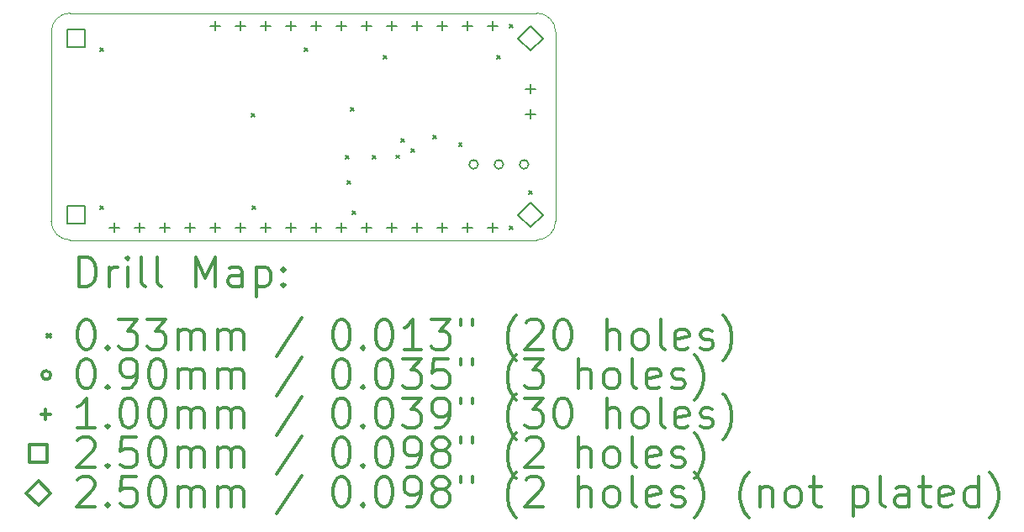
<source format=gbr>
%FSLAX45Y45*%
G04 Gerber Fmt 4.5, Leading zero omitted, Abs format (unit mm)*
G04 Created by KiCad (PCBNEW (5.0.0-rc2-dev-444-g2974a2c10)) date 07/21/19 13:13:01*
%MOMM*%
%LPD*%
G01*
G04 APERTURE LIST*
%ADD10C,0.100000*%
%ADD11C,0.200000*%
%ADD12C,0.300000*%
G04 APERTURE END LIST*
D10*
X9525000Y-9715500D02*
G75*
G02X9715500Y-9525000I190500J0D01*
G01*
X9715500Y-11811000D02*
G75*
G02X9525000Y-11620500I0J190500D01*
G01*
X14605000Y-11620500D02*
G75*
G02X14414500Y-11811000I-190500J0D01*
G01*
X14414500Y-9525000D02*
G75*
G02X14605000Y-9715500I0J-190500D01*
G01*
X9525000Y-11620500D02*
X9525000Y-9715500D01*
X14414500Y-11811000D02*
X9715500Y-11811000D01*
X14605000Y-9715500D02*
X14605000Y-11620500D01*
X9715500Y-9525000D02*
X14414500Y-9525000D01*
D11*
X10016490Y-9876790D02*
X10049510Y-9909810D01*
X10049510Y-9876790D02*
X10016490Y-9909810D01*
X10016490Y-11464290D02*
X10049510Y-11497310D01*
X10049510Y-11464290D02*
X10016490Y-11497310D01*
X11540490Y-10537190D02*
X11573510Y-10570210D01*
X11573510Y-10537190D02*
X11540490Y-10570210D01*
X11553190Y-11464290D02*
X11586210Y-11497310D01*
X11586210Y-11464290D02*
X11553190Y-11497310D01*
X12073890Y-9876790D02*
X12106910Y-9909810D01*
X12106910Y-9876790D02*
X12073890Y-9909810D01*
X12492990Y-10956290D02*
X12526010Y-10989310D01*
X12526010Y-10956290D02*
X12492990Y-10989310D01*
X12505690Y-11210290D02*
X12538710Y-11243310D01*
X12538710Y-11210290D02*
X12505690Y-11243310D01*
X12543790Y-10473690D02*
X12576810Y-10506710D01*
X12576810Y-10473690D02*
X12543790Y-10506710D01*
X12556490Y-11515090D02*
X12589510Y-11548110D01*
X12589510Y-11515090D02*
X12556490Y-11548110D01*
X12759690Y-10956290D02*
X12792710Y-10989310D01*
X12792710Y-10956290D02*
X12759690Y-10989310D01*
X12873990Y-9952990D02*
X12907010Y-9986010D01*
X12907010Y-9952990D02*
X12873990Y-9986010D01*
X13000990Y-10955430D02*
X13034010Y-10988450D01*
X13034010Y-10955430D02*
X13000990Y-10988450D01*
X13051790Y-10790750D02*
X13084810Y-10823770D01*
X13084810Y-10790750D02*
X13051790Y-10823770D01*
X13153390Y-10892790D02*
X13186410Y-10925810D01*
X13186410Y-10892790D02*
X13153390Y-10925810D01*
X13369290Y-10753090D02*
X13402310Y-10786110D01*
X13402310Y-10753090D02*
X13369290Y-10786110D01*
X13627990Y-10829290D02*
X13661010Y-10862310D01*
X13661010Y-10829290D02*
X13627990Y-10862310D01*
X14016990Y-9952990D02*
X14050010Y-9986010D01*
X14050010Y-9952990D02*
X14016990Y-9986010D01*
X14143990Y-9635490D02*
X14177010Y-9668510D01*
X14177010Y-9635490D02*
X14143990Y-9668510D01*
X14143990Y-11667490D02*
X14177010Y-11700510D01*
X14177010Y-11667490D02*
X14143990Y-11700510D01*
X14334490Y-11311890D02*
X14367510Y-11344910D01*
X14367510Y-11311890D02*
X14334490Y-11344910D01*
X13824500Y-11049000D02*
G75*
G03X13824500Y-11049000I-45000J0D01*
G01*
X14078500Y-11049000D02*
G75*
G03X14078500Y-11049000I-45000J0D01*
G01*
X14332500Y-11049000D02*
G75*
G03X14332500Y-11049000I-45000J0D01*
G01*
X14351000Y-10237000D02*
X14351000Y-10337000D01*
X14301000Y-10287000D02*
X14401000Y-10287000D01*
X14351000Y-10491000D02*
X14351000Y-10591000D01*
X14301000Y-10541000D02*
X14401000Y-10541000D01*
X10160000Y-11634000D02*
X10160000Y-11734000D01*
X10110000Y-11684000D02*
X10210000Y-11684000D01*
X10414000Y-11634000D02*
X10414000Y-11734000D01*
X10364000Y-11684000D02*
X10464000Y-11684000D01*
X10668000Y-11634000D02*
X10668000Y-11734000D01*
X10618000Y-11684000D02*
X10718000Y-11684000D01*
X10922000Y-11634000D02*
X10922000Y-11734000D01*
X10872000Y-11684000D02*
X10972000Y-11684000D01*
X11176000Y-9602000D02*
X11176000Y-9702000D01*
X11126000Y-9652000D02*
X11226000Y-9652000D01*
X11176000Y-11634000D02*
X11176000Y-11734000D01*
X11126000Y-11684000D02*
X11226000Y-11684000D01*
X11430000Y-9602000D02*
X11430000Y-9702000D01*
X11380000Y-9652000D02*
X11480000Y-9652000D01*
X11430000Y-11634000D02*
X11430000Y-11734000D01*
X11380000Y-11684000D02*
X11480000Y-11684000D01*
X11684000Y-9602000D02*
X11684000Y-9702000D01*
X11634000Y-9652000D02*
X11734000Y-9652000D01*
X11684000Y-11634000D02*
X11684000Y-11734000D01*
X11634000Y-11684000D02*
X11734000Y-11684000D01*
X11938000Y-9602000D02*
X11938000Y-9702000D01*
X11888000Y-9652000D02*
X11988000Y-9652000D01*
X11938000Y-11634000D02*
X11938000Y-11734000D01*
X11888000Y-11684000D02*
X11988000Y-11684000D01*
X12192000Y-9602000D02*
X12192000Y-9702000D01*
X12142000Y-9652000D02*
X12242000Y-9652000D01*
X12192000Y-11634000D02*
X12192000Y-11734000D01*
X12142000Y-11684000D02*
X12242000Y-11684000D01*
X12446000Y-9602000D02*
X12446000Y-9702000D01*
X12396000Y-9652000D02*
X12496000Y-9652000D01*
X12446000Y-11634000D02*
X12446000Y-11734000D01*
X12396000Y-11684000D02*
X12496000Y-11684000D01*
X12700000Y-9602000D02*
X12700000Y-9702000D01*
X12650000Y-9652000D02*
X12750000Y-9652000D01*
X12700000Y-11634000D02*
X12700000Y-11734000D01*
X12650000Y-11684000D02*
X12750000Y-11684000D01*
X12954000Y-9602000D02*
X12954000Y-9702000D01*
X12904000Y-9652000D02*
X13004000Y-9652000D01*
X12954000Y-11634000D02*
X12954000Y-11734000D01*
X12904000Y-11684000D02*
X13004000Y-11684000D01*
X13208000Y-9602000D02*
X13208000Y-9702000D01*
X13158000Y-9652000D02*
X13258000Y-9652000D01*
X13208000Y-11634000D02*
X13208000Y-11734000D01*
X13158000Y-11684000D02*
X13258000Y-11684000D01*
X13462000Y-9602000D02*
X13462000Y-9702000D01*
X13412000Y-9652000D02*
X13512000Y-9652000D01*
X13462000Y-11634000D02*
X13462000Y-11734000D01*
X13412000Y-11684000D02*
X13512000Y-11684000D01*
X13716000Y-9602000D02*
X13716000Y-9702000D01*
X13666000Y-9652000D02*
X13766000Y-9652000D01*
X13716000Y-11634000D02*
X13716000Y-11734000D01*
X13666000Y-11684000D02*
X13766000Y-11684000D01*
X13970000Y-9602000D02*
X13970000Y-9702000D01*
X13920000Y-9652000D02*
X14020000Y-9652000D01*
X13970000Y-11634000D02*
X13970000Y-11734000D01*
X13920000Y-11684000D02*
X14020000Y-11684000D01*
X9867389Y-9867389D02*
X9867389Y-9690611D01*
X9690611Y-9690611D01*
X9690611Y-9867389D01*
X9867389Y-9867389D01*
X9867389Y-11645389D02*
X9867389Y-11468611D01*
X9690611Y-11468611D01*
X9690611Y-11645389D01*
X9867389Y-11645389D01*
X14351000Y-9904000D02*
X14476000Y-9779000D01*
X14351000Y-9654000D01*
X14226000Y-9779000D01*
X14351000Y-9904000D01*
X14351000Y-11682000D02*
X14476000Y-11557000D01*
X14351000Y-11432000D01*
X14226000Y-11557000D01*
X14351000Y-11682000D01*
D12*
X9806428Y-12281714D02*
X9806428Y-11981714D01*
X9877857Y-11981714D01*
X9920714Y-11996000D01*
X9949286Y-12024571D01*
X9963571Y-12053143D01*
X9977857Y-12110286D01*
X9977857Y-12153143D01*
X9963571Y-12210286D01*
X9949286Y-12238857D01*
X9920714Y-12267429D01*
X9877857Y-12281714D01*
X9806428Y-12281714D01*
X10106428Y-12281714D02*
X10106428Y-12081714D01*
X10106428Y-12138857D02*
X10120714Y-12110286D01*
X10135000Y-12096000D01*
X10163571Y-12081714D01*
X10192143Y-12081714D01*
X10292143Y-12281714D02*
X10292143Y-12081714D01*
X10292143Y-11981714D02*
X10277857Y-11996000D01*
X10292143Y-12010286D01*
X10306428Y-11996000D01*
X10292143Y-11981714D01*
X10292143Y-12010286D01*
X10477857Y-12281714D02*
X10449286Y-12267429D01*
X10435000Y-12238857D01*
X10435000Y-11981714D01*
X10635000Y-12281714D02*
X10606428Y-12267429D01*
X10592143Y-12238857D01*
X10592143Y-11981714D01*
X10977857Y-12281714D02*
X10977857Y-11981714D01*
X11077857Y-12196000D01*
X11177857Y-11981714D01*
X11177857Y-12281714D01*
X11449286Y-12281714D02*
X11449286Y-12124571D01*
X11435000Y-12096000D01*
X11406428Y-12081714D01*
X11349286Y-12081714D01*
X11320714Y-12096000D01*
X11449286Y-12267429D02*
X11420714Y-12281714D01*
X11349286Y-12281714D01*
X11320714Y-12267429D01*
X11306428Y-12238857D01*
X11306428Y-12210286D01*
X11320714Y-12181714D01*
X11349286Y-12167429D01*
X11420714Y-12167429D01*
X11449286Y-12153143D01*
X11592143Y-12081714D02*
X11592143Y-12381714D01*
X11592143Y-12096000D02*
X11620714Y-12081714D01*
X11677857Y-12081714D01*
X11706428Y-12096000D01*
X11720714Y-12110286D01*
X11735000Y-12138857D01*
X11735000Y-12224571D01*
X11720714Y-12253143D01*
X11706428Y-12267429D01*
X11677857Y-12281714D01*
X11620714Y-12281714D01*
X11592143Y-12267429D01*
X11863571Y-12253143D02*
X11877857Y-12267429D01*
X11863571Y-12281714D01*
X11849286Y-12267429D01*
X11863571Y-12253143D01*
X11863571Y-12281714D01*
X11863571Y-12096000D02*
X11877857Y-12110286D01*
X11863571Y-12124571D01*
X11849286Y-12110286D01*
X11863571Y-12096000D01*
X11863571Y-12124571D01*
X9486980Y-12759490D02*
X9520000Y-12792510D01*
X9520000Y-12759490D02*
X9486980Y-12792510D01*
X9863571Y-12611714D02*
X9892143Y-12611714D01*
X9920714Y-12626000D01*
X9935000Y-12640286D01*
X9949286Y-12668857D01*
X9963571Y-12726000D01*
X9963571Y-12797429D01*
X9949286Y-12854571D01*
X9935000Y-12883143D01*
X9920714Y-12897429D01*
X9892143Y-12911714D01*
X9863571Y-12911714D01*
X9835000Y-12897429D01*
X9820714Y-12883143D01*
X9806428Y-12854571D01*
X9792143Y-12797429D01*
X9792143Y-12726000D01*
X9806428Y-12668857D01*
X9820714Y-12640286D01*
X9835000Y-12626000D01*
X9863571Y-12611714D01*
X10092143Y-12883143D02*
X10106428Y-12897429D01*
X10092143Y-12911714D01*
X10077857Y-12897429D01*
X10092143Y-12883143D01*
X10092143Y-12911714D01*
X10206428Y-12611714D02*
X10392143Y-12611714D01*
X10292143Y-12726000D01*
X10335000Y-12726000D01*
X10363571Y-12740286D01*
X10377857Y-12754571D01*
X10392143Y-12783143D01*
X10392143Y-12854571D01*
X10377857Y-12883143D01*
X10363571Y-12897429D01*
X10335000Y-12911714D01*
X10249286Y-12911714D01*
X10220714Y-12897429D01*
X10206428Y-12883143D01*
X10492143Y-12611714D02*
X10677857Y-12611714D01*
X10577857Y-12726000D01*
X10620714Y-12726000D01*
X10649286Y-12740286D01*
X10663571Y-12754571D01*
X10677857Y-12783143D01*
X10677857Y-12854571D01*
X10663571Y-12883143D01*
X10649286Y-12897429D01*
X10620714Y-12911714D01*
X10535000Y-12911714D01*
X10506428Y-12897429D01*
X10492143Y-12883143D01*
X10806428Y-12911714D02*
X10806428Y-12711714D01*
X10806428Y-12740286D02*
X10820714Y-12726000D01*
X10849286Y-12711714D01*
X10892143Y-12711714D01*
X10920714Y-12726000D01*
X10935000Y-12754571D01*
X10935000Y-12911714D01*
X10935000Y-12754571D02*
X10949286Y-12726000D01*
X10977857Y-12711714D01*
X11020714Y-12711714D01*
X11049286Y-12726000D01*
X11063571Y-12754571D01*
X11063571Y-12911714D01*
X11206428Y-12911714D02*
X11206428Y-12711714D01*
X11206428Y-12740286D02*
X11220714Y-12726000D01*
X11249286Y-12711714D01*
X11292143Y-12711714D01*
X11320714Y-12726000D01*
X11335000Y-12754571D01*
X11335000Y-12911714D01*
X11335000Y-12754571D02*
X11349286Y-12726000D01*
X11377857Y-12711714D01*
X11420714Y-12711714D01*
X11449286Y-12726000D01*
X11463571Y-12754571D01*
X11463571Y-12911714D01*
X12049286Y-12597429D02*
X11792143Y-12983143D01*
X12435000Y-12611714D02*
X12463571Y-12611714D01*
X12492143Y-12626000D01*
X12506428Y-12640286D01*
X12520714Y-12668857D01*
X12535000Y-12726000D01*
X12535000Y-12797429D01*
X12520714Y-12854571D01*
X12506428Y-12883143D01*
X12492143Y-12897429D01*
X12463571Y-12911714D01*
X12435000Y-12911714D01*
X12406428Y-12897429D01*
X12392143Y-12883143D01*
X12377857Y-12854571D01*
X12363571Y-12797429D01*
X12363571Y-12726000D01*
X12377857Y-12668857D01*
X12392143Y-12640286D01*
X12406428Y-12626000D01*
X12435000Y-12611714D01*
X12663571Y-12883143D02*
X12677857Y-12897429D01*
X12663571Y-12911714D01*
X12649286Y-12897429D01*
X12663571Y-12883143D01*
X12663571Y-12911714D01*
X12863571Y-12611714D02*
X12892143Y-12611714D01*
X12920714Y-12626000D01*
X12935000Y-12640286D01*
X12949286Y-12668857D01*
X12963571Y-12726000D01*
X12963571Y-12797429D01*
X12949286Y-12854571D01*
X12935000Y-12883143D01*
X12920714Y-12897429D01*
X12892143Y-12911714D01*
X12863571Y-12911714D01*
X12835000Y-12897429D01*
X12820714Y-12883143D01*
X12806428Y-12854571D01*
X12792143Y-12797429D01*
X12792143Y-12726000D01*
X12806428Y-12668857D01*
X12820714Y-12640286D01*
X12835000Y-12626000D01*
X12863571Y-12611714D01*
X13249286Y-12911714D02*
X13077857Y-12911714D01*
X13163571Y-12911714D02*
X13163571Y-12611714D01*
X13135000Y-12654571D01*
X13106428Y-12683143D01*
X13077857Y-12697429D01*
X13349286Y-12611714D02*
X13535000Y-12611714D01*
X13435000Y-12726000D01*
X13477857Y-12726000D01*
X13506428Y-12740286D01*
X13520714Y-12754571D01*
X13535000Y-12783143D01*
X13535000Y-12854571D01*
X13520714Y-12883143D01*
X13506428Y-12897429D01*
X13477857Y-12911714D01*
X13392143Y-12911714D01*
X13363571Y-12897429D01*
X13349286Y-12883143D01*
X13649286Y-12611714D02*
X13649286Y-12668857D01*
X13763571Y-12611714D02*
X13763571Y-12668857D01*
X14206428Y-13026000D02*
X14192143Y-13011714D01*
X14163571Y-12968857D01*
X14149286Y-12940286D01*
X14135000Y-12897429D01*
X14120714Y-12826000D01*
X14120714Y-12768857D01*
X14135000Y-12697429D01*
X14149286Y-12654571D01*
X14163571Y-12626000D01*
X14192143Y-12583143D01*
X14206428Y-12568857D01*
X14306428Y-12640286D02*
X14320714Y-12626000D01*
X14349286Y-12611714D01*
X14420714Y-12611714D01*
X14449286Y-12626000D01*
X14463571Y-12640286D01*
X14477857Y-12668857D01*
X14477857Y-12697429D01*
X14463571Y-12740286D01*
X14292143Y-12911714D01*
X14477857Y-12911714D01*
X14663571Y-12611714D02*
X14692143Y-12611714D01*
X14720714Y-12626000D01*
X14735000Y-12640286D01*
X14749286Y-12668857D01*
X14763571Y-12726000D01*
X14763571Y-12797429D01*
X14749286Y-12854571D01*
X14735000Y-12883143D01*
X14720714Y-12897429D01*
X14692143Y-12911714D01*
X14663571Y-12911714D01*
X14635000Y-12897429D01*
X14620714Y-12883143D01*
X14606428Y-12854571D01*
X14592143Y-12797429D01*
X14592143Y-12726000D01*
X14606428Y-12668857D01*
X14620714Y-12640286D01*
X14635000Y-12626000D01*
X14663571Y-12611714D01*
X15120714Y-12911714D02*
X15120714Y-12611714D01*
X15249286Y-12911714D02*
X15249286Y-12754571D01*
X15235000Y-12726000D01*
X15206428Y-12711714D01*
X15163571Y-12711714D01*
X15135000Y-12726000D01*
X15120714Y-12740286D01*
X15435000Y-12911714D02*
X15406428Y-12897429D01*
X15392143Y-12883143D01*
X15377857Y-12854571D01*
X15377857Y-12768857D01*
X15392143Y-12740286D01*
X15406428Y-12726000D01*
X15435000Y-12711714D01*
X15477857Y-12711714D01*
X15506428Y-12726000D01*
X15520714Y-12740286D01*
X15535000Y-12768857D01*
X15535000Y-12854571D01*
X15520714Y-12883143D01*
X15506428Y-12897429D01*
X15477857Y-12911714D01*
X15435000Y-12911714D01*
X15706428Y-12911714D02*
X15677857Y-12897429D01*
X15663571Y-12868857D01*
X15663571Y-12611714D01*
X15935000Y-12897429D02*
X15906428Y-12911714D01*
X15849286Y-12911714D01*
X15820714Y-12897429D01*
X15806428Y-12868857D01*
X15806428Y-12754571D01*
X15820714Y-12726000D01*
X15849286Y-12711714D01*
X15906428Y-12711714D01*
X15935000Y-12726000D01*
X15949286Y-12754571D01*
X15949286Y-12783143D01*
X15806428Y-12811714D01*
X16063571Y-12897429D02*
X16092143Y-12911714D01*
X16149286Y-12911714D01*
X16177857Y-12897429D01*
X16192143Y-12868857D01*
X16192143Y-12854571D01*
X16177857Y-12826000D01*
X16149286Y-12811714D01*
X16106428Y-12811714D01*
X16077857Y-12797429D01*
X16063571Y-12768857D01*
X16063571Y-12754571D01*
X16077857Y-12726000D01*
X16106428Y-12711714D01*
X16149286Y-12711714D01*
X16177857Y-12726000D01*
X16292143Y-13026000D02*
X16306428Y-13011714D01*
X16335000Y-12968857D01*
X16349286Y-12940286D01*
X16363571Y-12897429D01*
X16377857Y-12826000D01*
X16377857Y-12768857D01*
X16363571Y-12697429D01*
X16349286Y-12654571D01*
X16335000Y-12626000D01*
X16306428Y-12583143D01*
X16292143Y-12568857D01*
X9520000Y-13172000D02*
G75*
G03X9520000Y-13172000I-45000J0D01*
G01*
X9863571Y-13007714D02*
X9892143Y-13007714D01*
X9920714Y-13022000D01*
X9935000Y-13036286D01*
X9949286Y-13064857D01*
X9963571Y-13122000D01*
X9963571Y-13193429D01*
X9949286Y-13250571D01*
X9935000Y-13279143D01*
X9920714Y-13293429D01*
X9892143Y-13307714D01*
X9863571Y-13307714D01*
X9835000Y-13293429D01*
X9820714Y-13279143D01*
X9806428Y-13250571D01*
X9792143Y-13193429D01*
X9792143Y-13122000D01*
X9806428Y-13064857D01*
X9820714Y-13036286D01*
X9835000Y-13022000D01*
X9863571Y-13007714D01*
X10092143Y-13279143D02*
X10106428Y-13293429D01*
X10092143Y-13307714D01*
X10077857Y-13293429D01*
X10092143Y-13279143D01*
X10092143Y-13307714D01*
X10249286Y-13307714D02*
X10306428Y-13307714D01*
X10335000Y-13293429D01*
X10349286Y-13279143D01*
X10377857Y-13236286D01*
X10392143Y-13179143D01*
X10392143Y-13064857D01*
X10377857Y-13036286D01*
X10363571Y-13022000D01*
X10335000Y-13007714D01*
X10277857Y-13007714D01*
X10249286Y-13022000D01*
X10235000Y-13036286D01*
X10220714Y-13064857D01*
X10220714Y-13136286D01*
X10235000Y-13164857D01*
X10249286Y-13179143D01*
X10277857Y-13193429D01*
X10335000Y-13193429D01*
X10363571Y-13179143D01*
X10377857Y-13164857D01*
X10392143Y-13136286D01*
X10577857Y-13007714D02*
X10606428Y-13007714D01*
X10635000Y-13022000D01*
X10649286Y-13036286D01*
X10663571Y-13064857D01*
X10677857Y-13122000D01*
X10677857Y-13193429D01*
X10663571Y-13250571D01*
X10649286Y-13279143D01*
X10635000Y-13293429D01*
X10606428Y-13307714D01*
X10577857Y-13307714D01*
X10549286Y-13293429D01*
X10535000Y-13279143D01*
X10520714Y-13250571D01*
X10506428Y-13193429D01*
X10506428Y-13122000D01*
X10520714Y-13064857D01*
X10535000Y-13036286D01*
X10549286Y-13022000D01*
X10577857Y-13007714D01*
X10806428Y-13307714D02*
X10806428Y-13107714D01*
X10806428Y-13136286D02*
X10820714Y-13122000D01*
X10849286Y-13107714D01*
X10892143Y-13107714D01*
X10920714Y-13122000D01*
X10935000Y-13150571D01*
X10935000Y-13307714D01*
X10935000Y-13150571D02*
X10949286Y-13122000D01*
X10977857Y-13107714D01*
X11020714Y-13107714D01*
X11049286Y-13122000D01*
X11063571Y-13150571D01*
X11063571Y-13307714D01*
X11206428Y-13307714D02*
X11206428Y-13107714D01*
X11206428Y-13136286D02*
X11220714Y-13122000D01*
X11249286Y-13107714D01*
X11292143Y-13107714D01*
X11320714Y-13122000D01*
X11335000Y-13150571D01*
X11335000Y-13307714D01*
X11335000Y-13150571D02*
X11349286Y-13122000D01*
X11377857Y-13107714D01*
X11420714Y-13107714D01*
X11449286Y-13122000D01*
X11463571Y-13150571D01*
X11463571Y-13307714D01*
X12049286Y-12993429D02*
X11792143Y-13379143D01*
X12435000Y-13007714D02*
X12463571Y-13007714D01*
X12492143Y-13022000D01*
X12506428Y-13036286D01*
X12520714Y-13064857D01*
X12535000Y-13122000D01*
X12535000Y-13193429D01*
X12520714Y-13250571D01*
X12506428Y-13279143D01*
X12492143Y-13293429D01*
X12463571Y-13307714D01*
X12435000Y-13307714D01*
X12406428Y-13293429D01*
X12392143Y-13279143D01*
X12377857Y-13250571D01*
X12363571Y-13193429D01*
X12363571Y-13122000D01*
X12377857Y-13064857D01*
X12392143Y-13036286D01*
X12406428Y-13022000D01*
X12435000Y-13007714D01*
X12663571Y-13279143D02*
X12677857Y-13293429D01*
X12663571Y-13307714D01*
X12649286Y-13293429D01*
X12663571Y-13279143D01*
X12663571Y-13307714D01*
X12863571Y-13007714D02*
X12892143Y-13007714D01*
X12920714Y-13022000D01*
X12935000Y-13036286D01*
X12949286Y-13064857D01*
X12963571Y-13122000D01*
X12963571Y-13193429D01*
X12949286Y-13250571D01*
X12935000Y-13279143D01*
X12920714Y-13293429D01*
X12892143Y-13307714D01*
X12863571Y-13307714D01*
X12835000Y-13293429D01*
X12820714Y-13279143D01*
X12806428Y-13250571D01*
X12792143Y-13193429D01*
X12792143Y-13122000D01*
X12806428Y-13064857D01*
X12820714Y-13036286D01*
X12835000Y-13022000D01*
X12863571Y-13007714D01*
X13063571Y-13007714D02*
X13249286Y-13007714D01*
X13149286Y-13122000D01*
X13192143Y-13122000D01*
X13220714Y-13136286D01*
X13235000Y-13150571D01*
X13249286Y-13179143D01*
X13249286Y-13250571D01*
X13235000Y-13279143D01*
X13220714Y-13293429D01*
X13192143Y-13307714D01*
X13106428Y-13307714D01*
X13077857Y-13293429D01*
X13063571Y-13279143D01*
X13520714Y-13007714D02*
X13377857Y-13007714D01*
X13363571Y-13150571D01*
X13377857Y-13136286D01*
X13406428Y-13122000D01*
X13477857Y-13122000D01*
X13506428Y-13136286D01*
X13520714Y-13150571D01*
X13535000Y-13179143D01*
X13535000Y-13250571D01*
X13520714Y-13279143D01*
X13506428Y-13293429D01*
X13477857Y-13307714D01*
X13406428Y-13307714D01*
X13377857Y-13293429D01*
X13363571Y-13279143D01*
X13649286Y-13007714D02*
X13649286Y-13064857D01*
X13763571Y-13007714D02*
X13763571Y-13064857D01*
X14206428Y-13422000D02*
X14192143Y-13407714D01*
X14163571Y-13364857D01*
X14149286Y-13336286D01*
X14135000Y-13293429D01*
X14120714Y-13222000D01*
X14120714Y-13164857D01*
X14135000Y-13093429D01*
X14149286Y-13050571D01*
X14163571Y-13022000D01*
X14192143Y-12979143D01*
X14206428Y-12964857D01*
X14292143Y-13007714D02*
X14477857Y-13007714D01*
X14377857Y-13122000D01*
X14420714Y-13122000D01*
X14449286Y-13136286D01*
X14463571Y-13150571D01*
X14477857Y-13179143D01*
X14477857Y-13250571D01*
X14463571Y-13279143D01*
X14449286Y-13293429D01*
X14420714Y-13307714D01*
X14335000Y-13307714D01*
X14306428Y-13293429D01*
X14292143Y-13279143D01*
X14835000Y-13307714D02*
X14835000Y-13007714D01*
X14963571Y-13307714D02*
X14963571Y-13150571D01*
X14949286Y-13122000D01*
X14920714Y-13107714D01*
X14877857Y-13107714D01*
X14849286Y-13122000D01*
X14835000Y-13136286D01*
X15149286Y-13307714D02*
X15120714Y-13293429D01*
X15106428Y-13279143D01*
X15092143Y-13250571D01*
X15092143Y-13164857D01*
X15106428Y-13136286D01*
X15120714Y-13122000D01*
X15149286Y-13107714D01*
X15192143Y-13107714D01*
X15220714Y-13122000D01*
X15235000Y-13136286D01*
X15249286Y-13164857D01*
X15249286Y-13250571D01*
X15235000Y-13279143D01*
X15220714Y-13293429D01*
X15192143Y-13307714D01*
X15149286Y-13307714D01*
X15420714Y-13307714D02*
X15392143Y-13293429D01*
X15377857Y-13264857D01*
X15377857Y-13007714D01*
X15649286Y-13293429D02*
X15620714Y-13307714D01*
X15563571Y-13307714D01*
X15535000Y-13293429D01*
X15520714Y-13264857D01*
X15520714Y-13150571D01*
X15535000Y-13122000D01*
X15563571Y-13107714D01*
X15620714Y-13107714D01*
X15649286Y-13122000D01*
X15663571Y-13150571D01*
X15663571Y-13179143D01*
X15520714Y-13207714D01*
X15777857Y-13293429D02*
X15806428Y-13307714D01*
X15863571Y-13307714D01*
X15892143Y-13293429D01*
X15906428Y-13264857D01*
X15906428Y-13250571D01*
X15892143Y-13222000D01*
X15863571Y-13207714D01*
X15820714Y-13207714D01*
X15792143Y-13193429D01*
X15777857Y-13164857D01*
X15777857Y-13150571D01*
X15792143Y-13122000D01*
X15820714Y-13107714D01*
X15863571Y-13107714D01*
X15892143Y-13122000D01*
X16006428Y-13422000D02*
X16020714Y-13407714D01*
X16049286Y-13364857D01*
X16063571Y-13336286D01*
X16077857Y-13293429D01*
X16092143Y-13222000D01*
X16092143Y-13164857D01*
X16077857Y-13093429D01*
X16063571Y-13050571D01*
X16049286Y-13022000D01*
X16020714Y-12979143D01*
X16006428Y-12964857D01*
X9470000Y-13518000D02*
X9470000Y-13618000D01*
X9420000Y-13568000D02*
X9520000Y-13568000D01*
X9963571Y-13703714D02*
X9792143Y-13703714D01*
X9877857Y-13703714D02*
X9877857Y-13403714D01*
X9849286Y-13446571D01*
X9820714Y-13475143D01*
X9792143Y-13489429D01*
X10092143Y-13675143D02*
X10106428Y-13689429D01*
X10092143Y-13703714D01*
X10077857Y-13689429D01*
X10092143Y-13675143D01*
X10092143Y-13703714D01*
X10292143Y-13403714D02*
X10320714Y-13403714D01*
X10349286Y-13418000D01*
X10363571Y-13432286D01*
X10377857Y-13460857D01*
X10392143Y-13518000D01*
X10392143Y-13589429D01*
X10377857Y-13646571D01*
X10363571Y-13675143D01*
X10349286Y-13689429D01*
X10320714Y-13703714D01*
X10292143Y-13703714D01*
X10263571Y-13689429D01*
X10249286Y-13675143D01*
X10235000Y-13646571D01*
X10220714Y-13589429D01*
X10220714Y-13518000D01*
X10235000Y-13460857D01*
X10249286Y-13432286D01*
X10263571Y-13418000D01*
X10292143Y-13403714D01*
X10577857Y-13403714D02*
X10606428Y-13403714D01*
X10635000Y-13418000D01*
X10649286Y-13432286D01*
X10663571Y-13460857D01*
X10677857Y-13518000D01*
X10677857Y-13589429D01*
X10663571Y-13646571D01*
X10649286Y-13675143D01*
X10635000Y-13689429D01*
X10606428Y-13703714D01*
X10577857Y-13703714D01*
X10549286Y-13689429D01*
X10535000Y-13675143D01*
X10520714Y-13646571D01*
X10506428Y-13589429D01*
X10506428Y-13518000D01*
X10520714Y-13460857D01*
X10535000Y-13432286D01*
X10549286Y-13418000D01*
X10577857Y-13403714D01*
X10806428Y-13703714D02*
X10806428Y-13503714D01*
X10806428Y-13532286D02*
X10820714Y-13518000D01*
X10849286Y-13503714D01*
X10892143Y-13503714D01*
X10920714Y-13518000D01*
X10935000Y-13546571D01*
X10935000Y-13703714D01*
X10935000Y-13546571D02*
X10949286Y-13518000D01*
X10977857Y-13503714D01*
X11020714Y-13503714D01*
X11049286Y-13518000D01*
X11063571Y-13546571D01*
X11063571Y-13703714D01*
X11206428Y-13703714D02*
X11206428Y-13503714D01*
X11206428Y-13532286D02*
X11220714Y-13518000D01*
X11249286Y-13503714D01*
X11292143Y-13503714D01*
X11320714Y-13518000D01*
X11335000Y-13546571D01*
X11335000Y-13703714D01*
X11335000Y-13546571D02*
X11349286Y-13518000D01*
X11377857Y-13503714D01*
X11420714Y-13503714D01*
X11449286Y-13518000D01*
X11463571Y-13546571D01*
X11463571Y-13703714D01*
X12049286Y-13389429D02*
X11792143Y-13775143D01*
X12435000Y-13403714D02*
X12463571Y-13403714D01*
X12492143Y-13418000D01*
X12506428Y-13432286D01*
X12520714Y-13460857D01*
X12535000Y-13518000D01*
X12535000Y-13589429D01*
X12520714Y-13646571D01*
X12506428Y-13675143D01*
X12492143Y-13689429D01*
X12463571Y-13703714D01*
X12435000Y-13703714D01*
X12406428Y-13689429D01*
X12392143Y-13675143D01*
X12377857Y-13646571D01*
X12363571Y-13589429D01*
X12363571Y-13518000D01*
X12377857Y-13460857D01*
X12392143Y-13432286D01*
X12406428Y-13418000D01*
X12435000Y-13403714D01*
X12663571Y-13675143D02*
X12677857Y-13689429D01*
X12663571Y-13703714D01*
X12649286Y-13689429D01*
X12663571Y-13675143D01*
X12663571Y-13703714D01*
X12863571Y-13403714D02*
X12892143Y-13403714D01*
X12920714Y-13418000D01*
X12935000Y-13432286D01*
X12949286Y-13460857D01*
X12963571Y-13518000D01*
X12963571Y-13589429D01*
X12949286Y-13646571D01*
X12935000Y-13675143D01*
X12920714Y-13689429D01*
X12892143Y-13703714D01*
X12863571Y-13703714D01*
X12835000Y-13689429D01*
X12820714Y-13675143D01*
X12806428Y-13646571D01*
X12792143Y-13589429D01*
X12792143Y-13518000D01*
X12806428Y-13460857D01*
X12820714Y-13432286D01*
X12835000Y-13418000D01*
X12863571Y-13403714D01*
X13063571Y-13403714D02*
X13249286Y-13403714D01*
X13149286Y-13518000D01*
X13192143Y-13518000D01*
X13220714Y-13532286D01*
X13235000Y-13546571D01*
X13249286Y-13575143D01*
X13249286Y-13646571D01*
X13235000Y-13675143D01*
X13220714Y-13689429D01*
X13192143Y-13703714D01*
X13106428Y-13703714D01*
X13077857Y-13689429D01*
X13063571Y-13675143D01*
X13392143Y-13703714D02*
X13449286Y-13703714D01*
X13477857Y-13689429D01*
X13492143Y-13675143D01*
X13520714Y-13632286D01*
X13535000Y-13575143D01*
X13535000Y-13460857D01*
X13520714Y-13432286D01*
X13506428Y-13418000D01*
X13477857Y-13403714D01*
X13420714Y-13403714D01*
X13392143Y-13418000D01*
X13377857Y-13432286D01*
X13363571Y-13460857D01*
X13363571Y-13532286D01*
X13377857Y-13560857D01*
X13392143Y-13575143D01*
X13420714Y-13589429D01*
X13477857Y-13589429D01*
X13506428Y-13575143D01*
X13520714Y-13560857D01*
X13535000Y-13532286D01*
X13649286Y-13403714D02*
X13649286Y-13460857D01*
X13763571Y-13403714D02*
X13763571Y-13460857D01*
X14206428Y-13818000D02*
X14192143Y-13803714D01*
X14163571Y-13760857D01*
X14149286Y-13732286D01*
X14135000Y-13689429D01*
X14120714Y-13618000D01*
X14120714Y-13560857D01*
X14135000Y-13489429D01*
X14149286Y-13446571D01*
X14163571Y-13418000D01*
X14192143Y-13375143D01*
X14206428Y-13360857D01*
X14292143Y-13403714D02*
X14477857Y-13403714D01*
X14377857Y-13518000D01*
X14420714Y-13518000D01*
X14449286Y-13532286D01*
X14463571Y-13546571D01*
X14477857Y-13575143D01*
X14477857Y-13646571D01*
X14463571Y-13675143D01*
X14449286Y-13689429D01*
X14420714Y-13703714D01*
X14335000Y-13703714D01*
X14306428Y-13689429D01*
X14292143Y-13675143D01*
X14663571Y-13403714D02*
X14692143Y-13403714D01*
X14720714Y-13418000D01*
X14735000Y-13432286D01*
X14749286Y-13460857D01*
X14763571Y-13518000D01*
X14763571Y-13589429D01*
X14749286Y-13646571D01*
X14735000Y-13675143D01*
X14720714Y-13689429D01*
X14692143Y-13703714D01*
X14663571Y-13703714D01*
X14635000Y-13689429D01*
X14620714Y-13675143D01*
X14606428Y-13646571D01*
X14592143Y-13589429D01*
X14592143Y-13518000D01*
X14606428Y-13460857D01*
X14620714Y-13432286D01*
X14635000Y-13418000D01*
X14663571Y-13403714D01*
X15120714Y-13703714D02*
X15120714Y-13403714D01*
X15249286Y-13703714D02*
X15249286Y-13546571D01*
X15235000Y-13518000D01*
X15206428Y-13503714D01*
X15163571Y-13503714D01*
X15135000Y-13518000D01*
X15120714Y-13532286D01*
X15435000Y-13703714D02*
X15406428Y-13689429D01*
X15392143Y-13675143D01*
X15377857Y-13646571D01*
X15377857Y-13560857D01*
X15392143Y-13532286D01*
X15406428Y-13518000D01*
X15435000Y-13503714D01*
X15477857Y-13503714D01*
X15506428Y-13518000D01*
X15520714Y-13532286D01*
X15535000Y-13560857D01*
X15535000Y-13646571D01*
X15520714Y-13675143D01*
X15506428Y-13689429D01*
X15477857Y-13703714D01*
X15435000Y-13703714D01*
X15706428Y-13703714D02*
X15677857Y-13689429D01*
X15663571Y-13660857D01*
X15663571Y-13403714D01*
X15935000Y-13689429D02*
X15906428Y-13703714D01*
X15849286Y-13703714D01*
X15820714Y-13689429D01*
X15806428Y-13660857D01*
X15806428Y-13546571D01*
X15820714Y-13518000D01*
X15849286Y-13503714D01*
X15906428Y-13503714D01*
X15935000Y-13518000D01*
X15949286Y-13546571D01*
X15949286Y-13575143D01*
X15806428Y-13603714D01*
X16063571Y-13689429D02*
X16092143Y-13703714D01*
X16149286Y-13703714D01*
X16177857Y-13689429D01*
X16192143Y-13660857D01*
X16192143Y-13646571D01*
X16177857Y-13618000D01*
X16149286Y-13603714D01*
X16106428Y-13603714D01*
X16077857Y-13589429D01*
X16063571Y-13560857D01*
X16063571Y-13546571D01*
X16077857Y-13518000D01*
X16106428Y-13503714D01*
X16149286Y-13503714D01*
X16177857Y-13518000D01*
X16292143Y-13818000D02*
X16306428Y-13803714D01*
X16335000Y-13760857D01*
X16349286Y-13732286D01*
X16363571Y-13689429D01*
X16377857Y-13618000D01*
X16377857Y-13560857D01*
X16363571Y-13489429D01*
X16349286Y-13446571D01*
X16335000Y-13418000D01*
X16306428Y-13375143D01*
X16292143Y-13360857D01*
X9483389Y-14052389D02*
X9483389Y-13875611D01*
X9306611Y-13875611D01*
X9306611Y-14052389D01*
X9483389Y-14052389D01*
X9792143Y-13828286D02*
X9806428Y-13814000D01*
X9835000Y-13799714D01*
X9906428Y-13799714D01*
X9935000Y-13814000D01*
X9949286Y-13828286D01*
X9963571Y-13856857D01*
X9963571Y-13885429D01*
X9949286Y-13928286D01*
X9777857Y-14099714D01*
X9963571Y-14099714D01*
X10092143Y-14071143D02*
X10106428Y-14085429D01*
X10092143Y-14099714D01*
X10077857Y-14085429D01*
X10092143Y-14071143D01*
X10092143Y-14099714D01*
X10377857Y-13799714D02*
X10235000Y-13799714D01*
X10220714Y-13942571D01*
X10235000Y-13928286D01*
X10263571Y-13914000D01*
X10335000Y-13914000D01*
X10363571Y-13928286D01*
X10377857Y-13942571D01*
X10392143Y-13971143D01*
X10392143Y-14042571D01*
X10377857Y-14071143D01*
X10363571Y-14085429D01*
X10335000Y-14099714D01*
X10263571Y-14099714D01*
X10235000Y-14085429D01*
X10220714Y-14071143D01*
X10577857Y-13799714D02*
X10606428Y-13799714D01*
X10635000Y-13814000D01*
X10649286Y-13828286D01*
X10663571Y-13856857D01*
X10677857Y-13914000D01*
X10677857Y-13985429D01*
X10663571Y-14042571D01*
X10649286Y-14071143D01*
X10635000Y-14085429D01*
X10606428Y-14099714D01*
X10577857Y-14099714D01*
X10549286Y-14085429D01*
X10535000Y-14071143D01*
X10520714Y-14042571D01*
X10506428Y-13985429D01*
X10506428Y-13914000D01*
X10520714Y-13856857D01*
X10535000Y-13828286D01*
X10549286Y-13814000D01*
X10577857Y-13799714D01*
X10806428Y-14099714D02*
X10806428Y-13899714D01*
X10806428Y-13928286D02*
X10820714Y-13914000D01*
X10849286Y-13899714D01*
X10892143Y-13899714D01*
X10920714Y-13914000D01*
X10935000Y-13942571D01*
X10935000Y-14099714D01*
X10935000Y-13942571D02*
X10949286Y-13914000D01*
X10977857Y-13899714D01*
X11020714Y-13899714D01*
X11049286Y-13914000D01*
X11063571Y-13942571D01*
X11063571Y-14099714D01*
X11206428Y-14099714D02*
X11206428Y-13899714D01*
X11206428Y-13928286D02*
X11220714Y-13914000D01*
X11249286Y-13899714D01*
X11292143Y-13899714D01*
X11320714Y-13914000D01*
X11335000Y-13942571D01*
X11335000Y-14099714D01*
X11335000Y-13942571D02*
X11349286Y-13914000D01*
X11377857Y-13899714D01*
X11420714Y-13899714D01*
X11449286Y-13914000D01*
X11463571Y-13942571D01*
X11463571Y-14099714D01*
X12049286Y-13785429D02*
X11792143Y-14171143D01*
X12435000Y-13799714D02*
X12463571Y-13799714D01*
X12492143Y-13814000D01*
X12506428Y-13828286D01*
X12520714Y-13856857D01*
X12535000Y-13914000D01*
X12535000Y-13985429D01*
X12520714Y-14042571D01*
X12506428Y-14071143D01*
X12492143Y-14085429D01*
X12463571Y-14099714D01*
X12435000Y-14099714D01*
X12406428Y-14085429D01*
X12392143Y-14071143D01*
X12377857Y-14042571D01*
X12363571Y-13985429D01*
X12363571Y-13914000D01*
X12377857Y-13856857D01*
X12392143Y-13828286D01*
X12406428Y-13814000D01*
X12435000Y-13799714D01*
X12663571Y-14071143D02*
X12677857Y-14085429D01*
X12663571Y-14099714D01*
X12649286Y-14085429D01*
X12663571Y-14071143D01*
X12663571Y-14099714D01*
X12863571Y-13799714D02*
X12892143Y-13799714D01*
X12920714Y-13814000D01*
X12935000Y-13828286D01*
X12949286Y-13856857D01*
X12963571Y-13914000D01*
X12963571Y-13985429D01*
X12949286Y-14042571D01*
X12935000Y-14071143D01*
X12920714Y-14085429D01*
X12892143Y-14099714D01*
X12863571Y-14099714D01*
X12835000Y-14085429D01*
X12820714Y-14071143D01*
X12806428Y-14042571D01*
X12792143Y-13985429D01*
X12792143Y-13914000D01*
X12806428Y-13856857D01*
X12820714Y-13828286D01*
X12835000Y-13814000D01*
X12863571Y-13799714D01*
X13106428Y-14099714D02*
X13163571Y-14099714D01*
X13192143Y-14085429D01*
X13206428Y-14071143D01*
X13235000Y-14028286D01*
X13249286Y-13971143D01*
X13249286Y-13856857D01*
X13235000Y-13828286D01*
X13220714Y-13814000D01*
X13192143Y-13799714D01*
X13135000Y-13799714D01*
X13106428Y-13814000D01*
X13092143Y-13828286D01*
X13077857Y-13856857D01*
X13077857Y-13928286D01*
X13092143Y-13956857D01*
X13106428Y-13971143D01*
X13135000Y-13985429D01*
X13192143Y-13985429D01*
X13220714Y-13971143D01*
X13235000Y-13956857D01*
X13249286Y-13928286D01*
X13420714Y-13928286D02*
X13392143Y-13914000D01*
X13377857Y-13899714D01*
X13363571Y-13871143D01*
X13363571Y-13856857D01*
X13377857Y-13828286D01*
X13392143Y-13814000D01*
X13420714Y-13799714D01*
X13477857Y-13799714D01*
X13506428Y-13814000D01*
X13520714Y-13828286D01*
X13535000Y-13856857D01*
X13535000Y-13871143D01*
X13520714Y-13899714D01*
X13506428Y-13914000D01*
X13477857Y-13928286D01*
X13420714Y-13928286D01*
X13392143Y-13942571D01*
X13377857Y-13956857D01*
X13363571Y-13985429D01*
X13363571Y-14042571D01*
X13377857Y-14071143D01*
X13392143Y-14085429D01*
X13420714Y-14099714D01*
X13477857Y-14099714D01*
X13506428Y-14085429D01*
X13520714Y-14071143D01*
X13535000Y-14042571D01*
X13535000Y-13985429D01*
X13520714Y-13956857D01*
X13506428Y-13942571D01*
X13477857Y-13928286D01*
X13649286Y-13799714D02*
X13649286Y-13856857D01*
X13763571Y-13799714D02*
X13763571Y-13856857D01*
X14206428Y-14214000D02*
X14192143Y-14199714D01*
X14163571Y-14156857D01*
X14149286Y-14128286D01*
X14135000Y-14085429D01*
X14120714Y-14014000D01*
X14120714Y-13956857D01*
X14135000Y-13885429D01*
X14149286Y-13842571D01*
X14163571Y-13814000D01*
X14192143Y-13771143D01*
X14206428Y-13756857D01*
X14306428Y-13828286D02*
X14320714Y-13814000D01*
X14349286Y-13799714D01*
X14420714Y-13799714D01*
X14449286Y-13814000D01*
X14463571Y-13828286D01*
X14477857Y-13856857D01*
X14477857Y-13885429D01*
X14463571Y-13928286D01*
X14292143Y-14099714D01*
X14477857Y-14099714D01*
X14835000Y-14099714D02*
X14835000Y-13799714D01*
X14963571Y-14099714D02*
X14963571Y-13942571D01*
X14949286Y-13914000D01*
X14920714Y-13899714D01*
X14877857Y-13899714D01*
X14849286Y-13914000D01*
X14835000Y-13928286D01*
X15149286Y-14099714D02*
X15120714Y-14085429D01*
X15106428Y-14071143D01*
X15092143Y-14042571D01*
X15092143Y-13956857D01*
X15106428Y-13928286D01*
X15120714Y-13914000D01*
X15149286Y-13899714D01*
X15192143Y-13899714D01*
X15220714Y-13914000D01*
X15235000Y-13928286D01*
X15249286Y-13956857D01*
X15249286Y-14042571D01*
X15235000Y-14071143D01*
X15220714Y-14085429D01*
X15192143Y-14099714D01*
X15149286Y-14099714D01*
X15420714Y-14099714D02*
X15392143Y-14085429D01*
X15377857Y-14056857D01*
X15377857Y-13799714D01*
X15649286Y-14085429D02*
X15620714Y-14099714D01*
X15563571Y-14099714D01*
X15535000Y-14085429D01*
X15520714Y-14056857D01*
X15520714Y-13942571D01*
X15535000Y-13914000D01*
X15563571Y-13899714D01*
X15620714Y-13899714D01*
X15649286Y-13914000D01*
X15663571Y-13942571D01*
X15663571Y-13971143D01*
X15520714Y-13999714D01*
X15777857Y-14085429D02*
X15806428Y-14099714D01*
X15863571Y-14099714D01*
X15892143Y-14085429D01*
X15906428Y-14056857D01*
X15906428Y-14042571D01*
X15892143Y-14014000D01*
X15863571Y-13999714D01*
X15820714Y-13999714D01*
X15792143Y-13985429D01*
X15777857Y-13956857D01*
X15777857Y-13942571D01*
X15792143Y-13914000D01*
X15820714Y-13899714D01*
X15863571Y-13899714D01*
X15892143Y-13914000D01*
X16006428Y-14214000D02*
X16020714Y-14199714D01*
X16049286Y-14156857D01*
X16063571Y-14128286D01*
X16077857Y-14085429D01*
X16092143Y-14014000D01*
X16092143Y-13956857D01*
X16077857Y-13885429D01*
X16063571Y-13842571D01*
X16049286Y-13814000D01*
X16020714Y-13771143D01*
X16006428Y-13756857D01*
X9395000Y-14485000D02*
X9520000Y-14360000D01*
X9395000Y-14235000D01*
X9270000Y-14360000D01*
X9395000Y-14485000D01*
X9792143Y-14224286D02*
X9806428Y-14210000D01*
X9835000Y-14195714D01*
X9906428Y-14195714D01*
X9935000Y-14210000D01*
X9949286Y-14224286D01*
X9963571Y-14252857D01*
X9963571Y-14281429D01*
X9949286Y-14324286D01*
X9777857Y-14495714D01*
X9963571Y-14495714D01*
X10092143Y-14467143D02*
X10106428Y-14481429D01*
X10092143Y-14495714D01*
X10077857Y-14481429D01*
X10092143Y-14467143D01*
X10092143Y-14495714D01*
X10377857Y-14195714D02*
X10235000Y-14195714D01*
X10220714Y-14338571D01*
X10235000Y-14324286D01*
X10263571Y-14310000D01*
X10335000Y-14310000D01*
X10363571Y-14324286D01*
X10377857Y-14338571D01*
X10392143Y-14367143D01*
X10392143Y-14438571D01*
X10377857Y-14467143D01*
X10363571Y-14481429D01*
X10335000Y-14495714D01*
X10263571Y-14495714D01*
X10235000Y-14481429D01*
X10220714Y-14467143D01*
X10577857Y-14195714D02*
X10606428Y-14195714D01*
X10635000Y-14210000D01*
X10649286Y-14224286D01*
X10663571Y-14252857D01*
X10677857Y-14310000D01*
X10677857Y-14381429D01*
X10663571Y-14438571D01*
X10649286Y-14467143D01*
X10635000Y-14481429D01*
X10606428Y-14495714D01*
X10577857Y-14495714D01*
X10549286Y-14481429D01*
X10535000Y-14467143D01*
X10520714Y-14438571D01*
X10506428Y-14381429D01*
X10506428Y-14310000D01*
X10520714Y-14252857D01*
X10535000Y-14224286D01*
X10549286Y-14210000D01*
X10577857Y-14195714D01*
X10806428Y-14495714D02*
X10806428Y-14295714D01*
X10806428Y-14324286D02*
X10820714Y-14310000D01*
X10849286Y-14295714D01*
X10892143Y-14295714D01*
X10920714Y-14310000D01*
X10935000Y-14338571D01*
X10935000Y-14495714D01*
X10935000Y-14338571D02*
X10949286Y-14310000D01*
X10977857Y-14295714D01*
X11020714Y-14295714D01*
X11049286Y-14310000D01*
X11063571Y-14338571D01*
X11063571Y-14495714D01*
X11206428Y-14495714D02*
X11206428Y-14295714D01*
X11206428Y-14324286D02*
X11220714Y-14310000D01*
X11249286Y-14295714D01*
X11292143Y-14295714D01*
X11320714Y-14310000D01*
X11335000Y-14338571D01*
X11335000Y-14495714D01*
X11335000Y-14338571D02*
X11349286Y-14310000D01*
X11377857Y-14295714D01*
X11420714Y-14295714D01*
X11449286Y-14310000D01*
X11463571Y-14338571D01*
X11463571Y-14495714D01*
X12049286Y-14181429D02*
X11792143Y-14567143D01*
X12435000Y-14195714D02*
X12463571Y-14195714D01*
X12492143Y-14210000D01*
X12506428Y-14224286D01*
X12520714Y-14252857D01*
X12535000Y-14310000D01*
X12535000Y-14381429D01*
X12520714Y-14438571D01*
X12506428Y-14467143D01*
X12492143Y-14481429D01*
X12463571Y-14495714D01*
X12435000Y-14495714D01*
X12406428Y-14481429D01*
X12392143Y-14467143D01*
X12377857Y-14438571D01*
X12363571Y-14381429D01*
X12363571Y-14310000D01*
X12377857Y-14252857D01*
X12392143Y-14224286D01*
X12406428Y-14210000D01*
X12435000Y-14195714D01*
X12663571Y-14467143D02*
X12677857Y-14481429D01*
X12663571Y-14495714D01*
X12649286Y-14481429D01*
X12663571Y-14467143D01*
X12663571Y-14495714D01*
X12863571Y-14195714D02*
X12892143Y-14195714D01*
X12920714Y-14210000D01*
X12935000Y-14224286D01*
X12949286Y-14252857D01*
X12963571Y-14310000D01*
X12963571Y-14381429D01*
X12949286Y-14438571D01*
X12935000Y-14467143D01*
X12920714Y-14481429D01*
X12892143Y-14495714D01*
X12863571Y-14495714D01*
X12835000Y-14481429D01*
X12820714Y-14467143D01*
X12806428Y-14438571D01*
X12792143Y-14381429D01*
X12792143Y-14310000D01*
X12806428Y-14252857D01*
X12820714Y-14224286D01*
X12835000Y-14210000D01*
X12863571Y-14195714D01*
X13106428Y-14495714D02*
X13163571Y-14495714D01*
X13192143Y-14481429D01*
X13206428Y-14467143D01*
X13235000Y-14424286D01*
X13249286Y-14367143D01*
X13249286Y-14252857D01*
X13235000Y-14224286D01*
X13220714Y-14210000D01*
X13192143Y-14195714D01*
X13135000Y-14195714D01*
X13106428Y-14210000D01*
X13092143Y-14224286D01*
X13077857Y-14252857D01*
X13077857Y-14324286D01*
X13092143Y-14352857D01*
X13106428Y-14367143D01*
X13135000Y-14381429D01*
X13192143Y-14381429D01*
X13220714Y-14367143D01*
X13235000Y-14352857D01*
X13249286Y-14324286D01*
X13420714Y-14324286D02*
X13392143Y-14310000D01*
X13377857Y-14295714D01*
X13363571Y-14267143D01*
X13363571Y-14252857D01*
X13377857Y-14224286D01*
X13392143Y-14210000D01*
X13420714Y-14195714D01*
X13477857Y-14195714D01*
X13506428Y-14210000D01*
X13520714Y-14224286D01*
X13535000Y-14252857D01*
X13535000Y-14267143D01*
X13520714Y-14295714D01*
X13506428Y-14310000D01*
X13477857Y-14324286D01*
X13420714Y-14324286D01*
X13392143Y-14338571D01*
X13377857Y-14352857D01*
X13363571Y-14381429D01*
X13363571Y-14438571D01*
X13377857Y-14467143D01*
X13392143Y-14481429D01*
X13420714Y-14495714D01*
X13477857Y-14495714D01*
X13506428Y-14481429D01*
X13520714Y-14467143D01*
X13535000Y-14438571D01*
X13535000Y-14381429D01*
X13520714Y-14352857D01*
X13506428Y-14338571D01*
X13477857Y-14324286D01*
X13649286Y-14195714D02*
X13649286Y-14252857D01*
X13763571Y-14195714D02*
X13763571Y-14252857D01*
X14206428Y-14610000D02*
X14192143Y-14595714D01*
X14163571Y-14552857D01*
X14149286Y-14524286D01*
X14135000Y-14481429D01*
X14120714Y-14410000D01*
X14120714Y-14352857D01*
X14135000Y-14281429D01*
X14149286Y-14238571D01*
X14163571Y-14210000D01*
X14192143Y-14167143D01*
X14206428Y-14152857D01*
X14306428Y-14224286D02*
X14320714Y-14210000D01*
X14349286Y-14195714D01*
X14420714Y-14195714D01*
X14449286Y-14210000D01*
X14463571Y-14224286D01*
X14477857Y-14252857D01*
X14477857Y-14281429D01*
X14463571Y-14324286D01*
X14292143Y-14495714D01*
X14477857Y-14495714D01*
X14835000Y-14495714D02*
X14835000Y-14195714D01*
X14963571Y-14495714D02*
X14963571Y-14338571D01*
X14949286Y-14310000D01*
X14920714Y-14295714D01*
X14877857Y-14295714D01*
X14849286Y-14310000D01*
X14835000Y-14324286D01*
X15149286Y-14495714D02*
X15120714Y-14481429D01*
X15106428Y-14467143D01*
X15092143Y-14438571D01*
X15092143Y-14352857D01*
X15106428Y-14324286D01*
X15120714Y-14310000D01*
X15149286Y-14295714D01*
X15192143Y-14295714D01*
X15220714Y-14310000D01*
X15235000Y-14324286D01*
X15249286Y-14352857D01*
X15249286Y-14438571D01*
X15235000Y-14467143D01*
X15220714Y-14481429D01*
X15192143Y-14495714D01*
X15149286Y-14495714D01*
X15420714Y-14495714D02*
X15392143Y-14481429D01*
X15377857Y-14452857D01*
X15377857Y-14195714D01*
X15649286Y-14481429D02*
X15620714Y-14495714D01*
X15563571Y-14495714D01*
X15535000Y-14481429D01*
X15520714Y-14452857D01*
X15520714Y-14338571D01*
X15535000Y-14310000D01*
X15563571Y-14295714D01*
X15620714Y-14295714D01*
X15649286Y-14310000D01*
X15663571Y-14338571D01*
X15663571Y-14367143D01*
X15520714Y-14395714D01*
X15777857Y-14481429D02*
X15806428Y-14495714D01*
X15863571Y-14495714D01*
X15892143Y-14481429D01*
X15906428Y-14452857D01*
X15906428Y-14438571D01*
X15892143Y-14410000D01*
X15863571Y-14395714D01*
X15820714Y-14395714D01*
X15792143Y-14381429D01*
X15777857Y-14352857D01*
X15777857Y-14338571D01*
X15792143Y-14310000D01*
X15820714Y-14295714D01*
X15863571Y-14295714D01*
X15892143Y-14310000D01*
X16006428Y-14610000D02*
X16020714Y-14595714D01*
X16049286Y-14552857D01*
X16063571Y-14524286D01*
X16077857Y-14481429D01*
X16092143Y-14410000D01*
X16092143Y-14352857D01*
X16077857Y-14281429D01*
X16063571Y-14238571D01*
X16049286Y-14210000D01*
X16020714Y-14167143D01*
X16006428Y-14152857D01*
X16549286Y-14610000D02*
X16535000Y-14595714D01*
X16506428Y-14552857D01*
X16492143Y-14524286D01*
X16477857Y-14481429D01*
X16463571Y-14410000D01*
X16463571Y-14352857D01*
X16477857Y-14281429D01*
X16492143Y-14238571D01*
X16506428Y-14210000D01*
X16535000Y-14167143D01*
X16549286Y-14152857D01*
X16663571Y-14295714D02*
X16663571Y-14495714D01*
X16663571Y-14324286D02*
X16677857Y-14310000D01*
X16706428Y-14295714D01*
X16749286Y-14295714D01*
X16777857Y-14310000D01*
X16792143Y-14338571D01*
X16792143Y-14495714D01*
X16977857Y-14495714D02*
X16949286Y-14481429D01*
X16935000Y-14467143D01*
X16920714Y-14438571D01*
X16920714Y-14352857D01*
X16935000Y-14324286D01*
X16949286Y-14310000D01*
X16977857Y-14295714D01*
X17020714Y-14295714D01*
X17049286Y-14310000D01*
X17063571Y-14324286D01*
X17077857Y-14352857D01*
X17077857Y-14438571D01*
X17063571Y-14467143D01*
X17049286Y-14481429D01*
X17020714Y-14495714D01*
X16977857Y-14495714D01*
X17163571Y-14295714D02*
X17277857Y-14295714D01*
X17206428Y-14195714D02*
X17206428Y-14452857D01*
X17220714Y-14481429D01*
X17249286Y-14495714D01*
X17277857Y-14495714D01*
X17606428Y-14295714D02*
X17606428Y-14595714D01*
X17606428Y-14310000D02*
X17635000Y-14295714D01*
X17692143Y-14295714D01*
X17720714Y-14310000D01*
X17735000Y-14324286D01*
X17749286Y-14352857D01*
X17749286Y-14438571D01*
X17735000Y-14467143D01*
X17720714Y-14481429D01*
X17692143Y-14495714D01*
X17635000Y-14495714D01*
X17606428Y-14481429D01*
X17920714Y-14495714D02*
X17892143Y-14481429D01*
X17877857Y-14452857D01*
X17877857Y-14195714D01*
X18163571Y-14495714D02*
X18163571Y-14338571D01*
X18149286Y-14310000D01*
X18120714Y-14295714D01*
X18063571Y-14295714D01*
X18035000Y-14310000D01*
X18163571Y-14481429D02*
X18135000Y-14495714D01*
X18063571Y-14495714D01*
X18035000Y-14481429D01*
X18020714Y-14452857D01*
X18020714Y-14424286D01*
X18035000Y-14395714D01*
X18063571Y-14381429D01*
X18135000Y-14381429D01*
X18163571Y-14367143D01*
X18263571Y-14295714D02*
X18377857Y-14295714D01*
X18306428Y-14195714D02*
X18306428Y-14452857D01*
X18320714Y-14481429D01*
X18349286Y-14495714D01*
X18377857Y-14495714D01*
X18592143Y-14481429D02*
X18563571Y-14495714D01*
X18506428Y-14495714D01*
X18477857Y-14481429D01*
X18463571Y-14452857D01*
X18463571Y-14338571D01*
X18477857Y-14310000D01*
X18506428Y-14295714D01*
X18563571Y-14295714D01*
X18592143Y-14310000D01*
X18606428Y-14338571D01*
X18606428Y-14367143D01*
X18463571Y-14395714D01*
X18863571Y-14495714D02*
X18863571Y-14195714D01*
X18863571Y-14481429D02*
X18835000Y-14495714D01*
X18777857Y-14495714D01*
X18749286Y-14481429D01*
X18735000Y-14467143D01*
X18720714Y-14438571D01*
X18720714Y-14352857D01*
X18735000Y-14324286D01*
X18749286Y-14310000D01*
X18777857Y-14295714D01*
X18835000Y-14295714D01*
X18863571Y-14310000D01*
X18977857Y-14610000D02*
X18992143Y-14595714D01*
X19020714Y-14552857D01*
X19035000Y-14524286D01*
X19049286Y-14481429D01*
X19063571Y-14410000D01*
X19063571Y-14352857D01*
X19049286Y-14281429D01*
X19035000Y-14238571D01*
X19020714Y-14210000D01*
X18992143Y-14167143D01*
X18977857Y-14152857D01*
M02*

</source>
